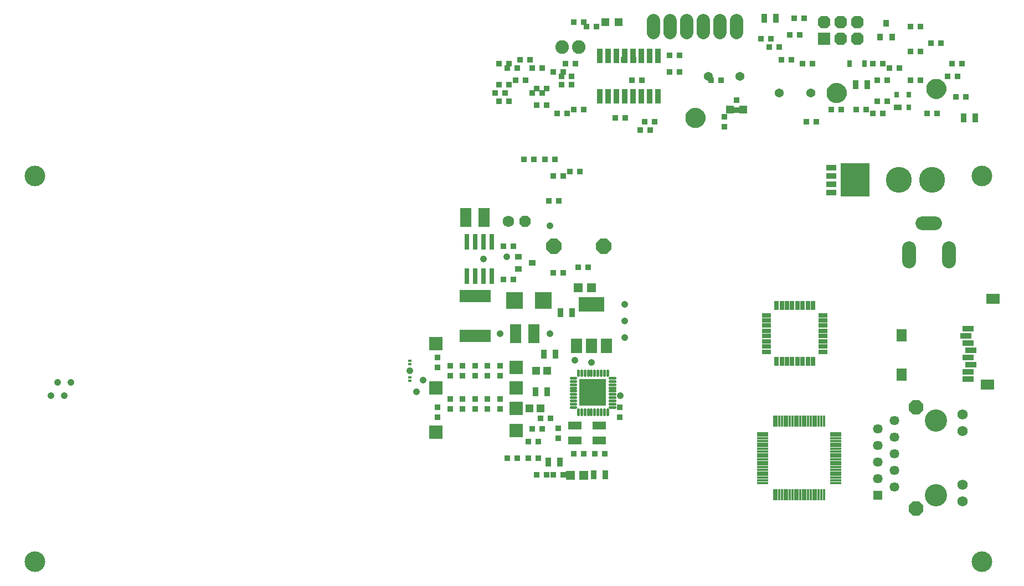
<source format=gts>
G75*
G70*
%OFA0B0*%
%FSLAX24Y24*%
%IPPOS*%
%LPD*%
%AMOC8*
5,1,8,0,0,1.08239X$1,22.5*
%
%ADD10R,0.1635X0.1635*%
%ADD11C,0.0158*%
%ADD12R,0.0493X0.0454*%
%ADD13R,0.0847X0.0847*%
%ADD14C,0.1241*%
%ADD15R,0.0360X0.0360*%
%ADD16R,0.0560X0.0560*%
%ADD17R,0.0808X0.0493*%
%ADD18R,0.0375X0.0532*%
%ADD19R,0.0300X0.0930*%
%ADD20OC8,0.0690*%
%ADD21C,0.0690*%
%ADD22R,0.1910X0.0749*%
%ADD23R,0.1005X0.1005*%
%ADD24R,0.0690X0.1123*%
%ADD25R,0.0611X0.0336*%
%ADD26R,0.1753X0.2029*%
%ADD27C,0.1560*%
%ADD28OC8,0.0910*%
%ADD29R,0.0414X0.0375*%
%ADD30R,0.0650X0.0850*%
%ADD31R,0.1560X0.0850*%
%ADD32C,0.0847*%
%ADD33R,0.0229X0.0170*%
%ADD34R,0.0690X0.0158*%
%ADD35R,0.0158X0.0690*%
%ADD36C,0.0500*%
%ADD37C,0.0454*%
%ADD38R,0.0574X0.0574*%
%ADD39C,0.0574*%
%ADD40C,0.0620*%
%ADD41OC8,0.0862*%
%ADD42C,0.1340*%
%ADD43R,0.0454X0.0454*%
%ADD44R,0.0375X0.0414*%
%ADD45R,0.0560X0.0280*%
%ADD46R,0.0280X0.0560*%
%ADD47R,0.0454X0.0336*%
%ADD48R,0.0296X0.0336*%
%ADD49C,0.0540*%
%ADD50R,0.0760X0.0760*%
%ADD51OC8,0.0760*%
%ADD52C,0.0800*%
%ADD53R,0.0308X0.0387*%
%ADD54C,0.0820*%
%ADD55R,0.0320X0.0860*%
%ADD56R,0.0651X0.0336*%
%ADD57R,0.0611X0.0769*%
%ADD58R,0.0808X0.0611*%
%ADD59C,0.0417*%
D10*
X036001Y012353D03*
D11*
X037030Y012451D02*
X037326Y012451D01*
X037326Y012254D02*
X037030Y012254D01*
X037030Y012058D02*
X037326Y012058D01*
X037326Y011861D02*
X037030Y011861D01*
X037030Y011664D02*
X037326Y011664D01*
X037326Y011467D02*
X037030Y011467D01*
X036886Y011324D02*
X036886Y011028D01*
X036690Y011028D02*
X036690Y011324D01*
X036493Y011324D02*
X036493Y011028D01*
X036296Y011028D02*
X036296Y011324D01*
X036099Y011324D02*
X036099Y011028D01*
X035902Y011028D02*
X035902Y011324D01*
X035705Y011324D02*
X035705Y011028D01*
X035508Y011028D02*
X035508Y011324D01*
X035312Y011324D02*
X035312Y011028D01*
X035115Y011028D02*
X035115Y011324D01*
X034971Y011467D02*
X034675Y011467D01*
X034675Y011664D02*
X034971Y011664D01*
X034971Y011861D02*
X034675Y011861D01*
X034675Y012058D02*
X034971Y012058D01*
X034971Y012254D02*
X034675Y012254D01*
X034675Y012451D02*
X034971Y012451D01*
X034971Y012648D02*
X034675Y012648D01*
X034675Y012845D02*
X034971Y012845D01*
X034971Y013042D02*
X034675Y013042D01*
X034675Y013239D02*
X034971Y013239D01*
X035115Y013382D02*
X035115Y013678D01*
X035312Y013678D02*
X035312Y013382D01*
X035508Y013382D02*
X035508Y013678D01*
X035705Y013678D02*
X035705Y013382D01*
X035902Y013382D02*
X035902Y013678D01*
X036099Y013678D02*
X036099Y013382D01*
X036296Y013382D02*
X036296Y013678D01*
X036493Y013678D02*
X036493Y013382D01*
X036690Y013382D02*
X036690Y013678D01*
X036886Y013678D02*
X036886Y013382D01*
X037030Y013239D02*
X037326Y013239D01*
X037326Y013042D02*
X037030Y013042D01*
X037030Y012845D02*
X037326Y012845D01*
X037326Y012648D02*
X037030Y012648D01*
D12*
X033245Y013660D03*
X032575Y013660D03*
X032870Y011410D03*
X032200Y011410D03*
D13*
X031388Y011410D03*
X031388Y012631D03*
X031388Y013853D03*
X026543Y012631D03*
X026541Y009960D03*
X031388Y010060D03*
X026541Y015303D03*
D14*
X002410Y002160D03*
X002410Y025410D03*
X059410Y025410D03*
X059410Y002160D03*
D15*
X037623Y010860D03*
X037623Y011460D03*
X033910Y010210D03*
X033460Y010785D03*
X032860Y010785D03*
X032960Y010160D03*
X032360Y010160D03*
X032110Y009410D03*
X032710Y009410D03*
X033910Y009610D03*
X034860Y008660D03*
X035460Y008660D03*
X036110Y008660D03*
X036710Y008660D03*
X034210Y007410D03*
X033610Y007410D03*
X033210Y007410D03*
X032610Y007410D03*
X032710Y008410D03*
X032110Y008410D03*
X031460Y008410D03*
X030860Y008410D03*
X026660Y010860D03*
X026660Y011460D03*
X027410Y011360D03*
X028160Y011360D03*
X028160Y011960D03*
X027410Y011960D03*
X027410Y013360D03*
X028160Y013360D03*
X028160Y013960D03*
X027410Y013960D03*
X026660Y013860D03*
X026660Y014460D03*
X028910Y013960D03*
X029660Y013960D03*
X030410Y013960D03*
X030410Y013360D03*
X029660Y013360D03*
X028910Y013360D03*
X028910Y011960D03*
X029660Y011960D03*
X030410Y011960D03*
X030410Y011360D03*
X029660Y011360D03*
X028910Y011360D03*
X030610Y019160D03*
X031210Y019160D03*
X033610Y019560D03*
X034210Y019560D03*
X035110Y019910D03*
X035710Y019910D03*
X031210Y021160D03*
X030610Y021160D03*
X033360Y023910D03*
X033960Y023910D03*
X034210Y025410D03*
X034610Y025660D03*
X035210Y025660D03*
X033610Y025410D03*
X033710Y026410D03*
X033110Y026410D03*
X032460Y026410D03*
X031860Y026410D03*
X033860Y029160D03*
X034460Y029160D03*
X034860Y029410D03*
X035460Y029410D03*
X037360Y028910D03*
X037960Y028910D03*
X038860Y028160D03*
X039460Y028160D03*
X039710Y028660D03*
X039110Y028660D03*
X038960Y031160D03*
X038360Y031160D03*
X038460Y032410D03*
X037860Y032410D03*
X040610Y032660D03*
X041210Y032660D03*
X041210Y031660D03*
X040610Y031660D03*
X043110Y031160D03*
X043710Y031160D03*
X044660Y029960D03*
X044660Y029360D03*
X043910Y028960D03*
X043910Y028360D03*
X048860Y028660D03*
X049460Y028660D03*
X050360Y029410D03*
X050960Y029410D03*
X051860Y029410D03*
X052460Y029410D03*
X052860Y029160D03*
X053460Y029160D03*
X053710Y029910D03*
X053110Y029910D03*
X053110Y031160D03*
X053710Y031160D03*
X053860Y031910D03*
X053460Y032160D03*
X052860Y032160D03*
X054460Y031910D03*
X055110Y031160D03*
X055710Y031160D03*
X057360Y031410D03*
X057960Y031410D03*
X058210Y032160D03*
X057610Y032160D03*
X055710Y032910D03*
X055110Y032910D03*
X056360Y033410D03*
X056960Y033410D03*
X055710Y034410D03*
X055110Y034410D03*
X049210Y032160D03*
X048610Y032160D03*
X047960Y032410D03*
X047360Y032410D03*
X047210Y033160D03*
X046610Y033160D03*
X046710Y033660D03*
X046110Y033660D03*
X047860Y033910D03*
X048460Y033910D03*
X048710Y034910D03*
X048110Y034910D03*
X056110Y029160D03*
X056710Y029160D03*
X057860Y030160D03*
X058460Y030160D03*
X036210Y034410D03*
X035610Y034410D03*
X035460Y034660D03*
X034860Y034660D03*
X032210Y032410D03*
X032360Y031910D03*
X032960Y031910D03*
X033610Y031660D03*
X034110Y031410D03*
X034210Y031660D03*
X034360Y032160D03*
X034960Y032160D03*
X034710Y031410D03*
X034710Y030910D03*
X034110Y030910D03*
X033210Y030660D03*
X032960Y030410D03*
X032610Y030660D03*
X032360Y030410D03*
X031960Y031160D03*
X031360Y031160D03*
X030960Y030910D03*
X030710Y030410D03*
X030110Y030410D03*
X030360Y030910D03*
X030360Y029910D03*
X030960Y029910D03*
X032610Y029660D03*
X033210Y029660D03*
X031460Y031910D03*
X031610Y032410D03*
X030960Y032160D03*
X030860Y031910D03*
X030360Y032160D03*
D16*
X035110Y018660D03*
X035910Y018660D03*
X035460Y007360D03*
X034660Y007360D03*
D17*
X034932Y009457D03*
X034932Y010363D03*
X036388Y010363D03*
X036388Y009457D03*
D18*
X034014Y008160D03*
X033306Y008160D03*
X036056Y007410D03*
X036764Y007410D03*
X033264Y012410D03*
X032556Y012410D03*
X033056Y014660D03*
X033764Y014660D03*
X034056Y017160D03*
X034764Y017160D03*
X051806Y030910D03*
X052514Y030910D03*
X058306Y028910D03*
X059014Y028910D03*
X047014Y034910D03*
X046306Y034910D03*
D19*
X029910Y021440D03*
X029410Y021440D03*
X028910Y021440D03*
X028410Y021440D03*
X028410Y019380D03*
X028910Y019380D03*
X029410Y019380D03*
X029910Y019380D03*
D20*
X031910Y022660D03*
D21*
X030910Y022660D03*
D22*
X028910Y018160D03*
X028910Y015778D03*
D23*
X031294Y017910D03*
X033026Y017910D03*
D24*
X032461Y015910D03*
X031359Y015910D03*
X029461Y022910D03*
X028359Y022910D03*
D25*
X050367Y024410D03*
X050367Y024910D03*
X050367Y025410D03*
X050367Y025910D03*
D26*
X051804Y025160D03*
D27*
X054410Y025160D03*
X056410Y025160D03*
D28*
X036660Y021160D03*
X033660Y021160D03*
D29*
X032343Y020160D03*
X031516Y019786D03*
X031516Y020534D03*
D30*
X035020Y015170D03*
X035920Y015170D03*
X036820Y015170D03*
D31*
X035910Y017650D03*
D32*
X055010Y020266D02*
X055010Y021054D01*
X055816Y022560D02*
X056604Y022560D01*
X057410Y021054D02*
X057410Y020266D01*
D33*
X024988Y014260D03*
X024988Y014060D03*
X024988Y013260D03*
X024988Y013060D03*
D34*
X046205Y009906D03*
X046205Y009749D03*
X046205Y009591D03*
X046205Y009434D03*
X046205Y009276D03*
X046205Y009119D03*
X046205Y008961D03*
X046205Y008804D03*
X046205Y008646D03*
X046205Y008489D03*
X046205Y008331D03*
X046205Y008174D03*
X046205Y008016D03*
X046205Y007859D03*
X046205Y007701D03*
X046205Y007544D03*
X046205Y007386D03*
X046205Y007229D03*
X046205Y007071D03*
X046205Y006914D03*
X050615Y006914D03*
X050615Y007071D03*
X050615Y007229D03*
X050615Y007386D03*
X050615Y007544D03*
X050615Y007701D03*
X050615Y007859D03*
X050615Y008016D03*
X050615Y008174D03*
X050615Y008331D03*
X050615Y008489D03*
X050615Y008646D03*
X050615Y008804D03*
X050615Y008961D03*
X050615Y009119D03*
X050615Y009276D03*
X050615Y009434D03*
X050615Y009591D03*
X050615Y009749D03*
X050615Y009906D03*
D35*
X049906Y010615D03*
X049749Y010615D03*
X049591Y010615D03*
X049434Y010615D03*
X049276Y010615D03*
X049119Y010615D03*
X048961Y010615D03*
X048804Y010615D03*
X048646Y010615D03*
X048489Y010615D03*
X048331Y010615D03*
X048174Y010615D03*
X048016Y010615D03*
X047859Y010615D03*
X047701Y010615D03*
X047544Y010615D03*
X047386Y010615D03*
X047229Y010615D03*
X047071Y010615D03*
X046914Y010615D03*
X046914Y006205D03*
X047071Y006205D03*
X047229Y006205D03*
X047386Y006205D03*
X047544Y006205D03*
X047701Y006205D03*
X047859Y006205D03*
X048016Y006205D03*
X048174Y006205D03*
X048331Y006205D03*
X048489Y006205D03*
X048646Y006205D03*
X048804Y006205D03*
X048961Y006205D03*
X049119Y006205D03*
X049276Y006205D03*
X049434Y006205D03*
X049591Y006205D03*
X049749Y006205D03*
X049906Y006205D03*
D36*
X041806Y028910D02*
X041808Y028947D01*
X041814Y028984D01*
X041823Y029019D01*
X041837Y029054D01*
X041853Y029087D01*
X041874Y029118D01*
X041897Y029147D01*
X041923Y029173D01*
X041952Y029196D01*
X041983Y029217D01*
X042016Y029233D01*
X042051Y029247D01*
X042086Y029256D01*
X042123Y029262D01*
X042160Y029264D01*
X042197Y029262D01*
X042234Y029256D01*
X042269Y029247D01*
X042304Y029233D01*
X042337Y029217D01*
X042368Y029196D01*
X042397Y029173D01*
X042423Y029147D01*
X042446Y029118D01*
X042467Y029087D01*
X042483Y029054D01*
X042497Y029019D01*
X042506Y028984D01*
X042512Y028947D01*
X042514Y028910D01*
X042512Y028873D01*
X042506Y028836D01*
X042497Y028801D01*
X042483Y028766D01*
X042467Y028733D01*
X042446Y028702D01*
X042423Y028673D01*
X042397Y028647D01*
X042368Y028624D01*
X042337Y028603D01*
X042304Y028587D01*
X042269Y028573D01*
X042234Y028564D01*
X042197Y028558D01*
X042160Y028556D01*
X042123Y028558D01*
X042086Y028564D01*
X042051Y028573D01*
X042016Y028587D01*
X041983Y028603D01*
X041952Y028624D01*
X041923Y028647D01*
X041897Y028673D01*
X041874Y028702D01*
X041853Y028733D01*
X041837Y028766D01*
X041823Y028801D01*
X041814Y028836D01*
X041808Y028873D01*
X041806Y028910D01*
X050306Y030410D02*
X050308Y030447D01*
X050314Y030484D01*
X050323Y030519D01*
X050337Y030554D01*
X050353Y030587D01*
X050374Y030618D01*
X050397Y030647D01*
X050423Y030673D01*
X050452Y030696D01*
X050483Y030717D01*
X050516Y030733D01*
X050551Y030747D01*
X050586Y030756D01*
X050623Y030762D01*
X050660Y030764D01*
X050697Y030762D01*
X050734Y030756D01*
X050769Y030747D01*
X050804Y030733D01*
X050837Y030717D01*
X050868Y030696D01*
X050897Y030673D01*
X050923Y030647D01*
X050946Y030618D01*
X050967Y030587D01*
X050983Y030554D01*
X050997Y030519D01*
X051006Y030484D01*
X051012Y030447D01*
X051014Y030410D01*
X051012Y030373D01*
X051006Y030336D01*
X050997Y030301D01*
X050983Y030266D01*
X050967Y030233D01*
X050946Y030202D01*
X050923Y030173D01*
X050897Y030147D01*
X050868Y030124D01*
X050837Y030103D01*
X050804Y030087D01*
X050769Y030073D01*
X050734Y030064D01*
X050697Y030058D01*
X050660Y030056D01*
X050623Y030058D01*
X050586Y030064D01*
X050551Y030073D01*
X050516Y030087D01*
X050483Y030103D01*
X050452Y030124D01*
X050423Y030147D01*
X050397Y030173D01*
X050374Y030202D01*
X050353Y030233D01*
X050337Y030266D01*
X050323Y030301D01*
X050314Y030336D01*
X050308Y030373D01*
X050306Y030410D01*
X056306Y030660D02*
X056308Y030697D01*
X056314Y030734D01*
X056323Y030769D01*
X056337Y030804D01*
X056353Y030837D01*
X056374Y030868D01*
X056397Y030897D01*
X056423Y030923D01*
X056452Y030946D01*
X056483Y030967D01*
X056516Y030983D01*
X056551Y030997D01*
X056586Y031006D01*
X056623Y031012D01*
X056660Y031014D01*
X056697Y031012D01*
X056734Y031006D01*
X056769Y030997D01*
X056804Y030983D01*
X056837Y030967D01*
X056868Y030946D01*
X056897Y030923D01*
X056923Y030897D01*
X056946Y030868D01*
X056967Y030837D01*
X056983Y030804D01*
X056997Y030769D01*
X057006Y030734D01*
X057012Y030697D01*
X057014Y030660D01*
X057012Y030623D01*
X057006Y030586D01*
X056997Y030551D01*
X056983Y030516D01*
X056967Y030483D01*
X056946Y030452D01*
X056923Y030423D01*
X056897Y030397D01*
X056868Y030374D01*
X056837Y030353D01*
X056804Y030337D01*
X056769Y030323D01*
X056734Y030314D01*
X056697Y030308D01*
X056660Y030306D01*
X056623Y030308D01*
X056586Y030314D01*
X056551Y030323D01*
X056516Y030337D01*
X056483Y030353D01*
X056452Y030374D01*
X056423Y030397D01*
X056397Y030423D01*
X056374Y030452D01*
X056353Y030483D01*
X056337Y030516D01*
X056323Y030551D01*
X056314Y030586D01*
X056308Y030623D01*
X056306Y030660D01*
D37*
X056660Y030660D03*
X050660Y030410D03*
X042160Y028910D03*
D38*
X053160Y006160D03*
D39*
X053160Y007160D03*
X054160Y007660D03*
X054160Y008660D03*
X053160Y009160D03*
X054160Y009660D03*
X053160Y010160D03*
X054160Y010660D03*
X053160Y008160D03*
X054160Y006660D03*
D40*
X058266Y006802D03*
X058266Y005802D03*
X058266Y010018D03*
X058266Y011018D03*
D41*
X055459Y011459D03*
X055459Y005361D03*
D42*
X056660Y006160D03*
X056660Y010660D03*
D43*
X045054Y029410D03*
X044266Y029410D03*
X037554Y034660D03*
X036766Y034660D03*
D44*
X053286Y033766D03*
X054034Y033766D03*
X053660Y034593D03*
D45*
X049850Y017012D03*
X049850Y016697D03*
X049850Y016382D03*
X049850Y016067D03*
X049850Y015753D03*
X049850Y015438D03*
X049850Y015123D03*
X049850Y014808D03*
X046470Y014808D03*
X046470Y015123D03*
X046470Y015438D03*
X046470Y015753D03*
X046470Y016067D03*
X046470Y016382D03*
X046470Y016697D03*
X046470Y017012D03*
D46*
X047058Y017600D03*
X047373Y017600D03*
X047688Y017600D03*
X048003Y017600D03*
X048317Y017600D03*
X048632Y017600D03*
X048947Y017600D03*
X049262Y017600D03*
X049262Y014220D03*
X048947Y014220D03*
X048632Y014220D03*
X048317Y014220D03*
X048003Y014220D03*
X047688Y014220D03*
X047373Y014220D03*
X047058Y014220D03*
D47*
X054365Y029516D03*
D48*
X055034Y029516D03*
X055034Y030304D03*
X054286Y030304D03*
D49*
X049110Y030410D03*
X047210Y030410D03*
X044860Y031410D03*
X042960Y031410D03*
D50*
X049910Y033660D03*
D51*
X049910Y034660D03*
X050910Y034660D03*
X051910Y034660D03*
X051910Y033660D03*
X050910Y033660D03*
D52*
X044660Y034040D02*
X044660Y034780D01*
X043660Y034780D02*
X043660Y034040D01*
X042660Y034040D02*
X042660Y034780D01*
X041660Y034780D02*
X041660Y034040D01*
X040660Y034040D02*
X040660Y034780D01*
X039660Y034780D02*
X039660Y034040D01*
D53*
X051457Y032160D03*
X052363Y032160D03*
D54*
X035160Y033160D03*
X034160Y033160D03*
D55*
X036410Y032620D03*
X036910Y032620D03*
X037410Y032620D03*
X037910Y032620D03*
X038410Y032620D03*
X038910Y032620D03*
X039410Y032620D03*
X039910Y032620D03*
X039910Y030200D03*
X039410Y030200D03*
X038910Y030200D03*
X038410Y030200D03*
X037910Y030200D03*
X037410Y030200D03*
X036910Y030200D03*
X036410Y030200D03*
D56*
X058599Y016203D03*
X058441Y015770D03*
X058599Y015337D03*
X058756Y014904D03*
X058599Y014471D03*
X058756Y014038D03*
X058599Y013605D03*
X058599Y013172D03*
D57*
X054583Y013447D03*
X054583Y015810D03*
D58*
X060095Y018014D03*
X059741Y012817D03*
D59*
X037910Y015660D03*
X037910Y016660D03*
X037910Y017660D03*
X033410Y015910D03*
X034910Y014285D03*
X035910Y014160D03*
X037660Y012160D03*
X030410Y015910D03*
X025788Y013110D03*
X025388Y012410D03*
X026532Y012641D03*
X024988Y013660D03*
X029410Y020410D03*
X030816Y020535D03*
X033410Y022410D03*
X004588Y012960D03*
X003788Y012960D03*
X004188Y012160D03*
X003388Y012160D03*
M02*

</source>
